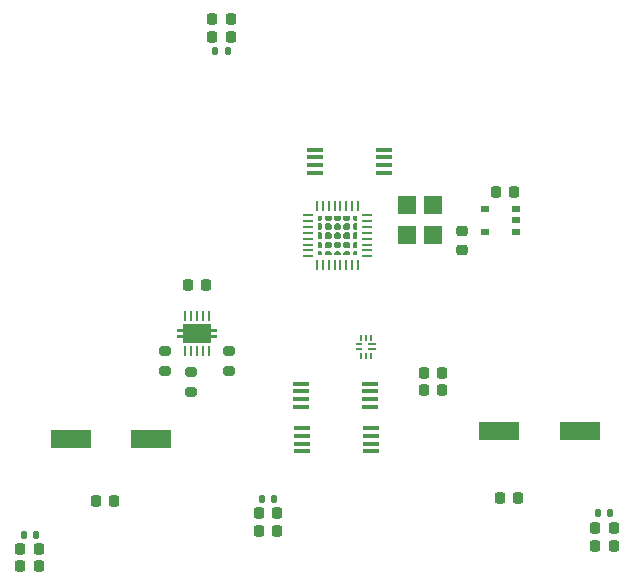
<source format=gbr>
%TF.GenerationSoftware,KiCad,Pcbnew,(7.0.0)*%
%TF.CreationDate,2023-04-25T20:48:09-05:00*%
%TF.ProjectId,GP2040-CE Planter,47503230-3430-42d4-9345-20506c616e74,rev?*%
%TF.SameCoordinates,Original*%
%TF.FileFunction,Paste,Top*%
%TF.FilePolarity,Positive*%
%FSLAX46Y46*%
G04 Gerber Fmt 4.6, Leading zero omitted, Abs format (unit mm)*
G04 Created by KiCad (PCBNEW (7.0.0)) date 2023-04-25 20:48:09*
%MOMM*%
%LPD*%
G01*
G04 APERTURE LIST*
G04 Aperture macros list*
%AMRoundRect*
0 Rectangle with rounded corners*
0 $1 Rounding radius*
0 $2 $3 $4 $5 $6 $7 $8 $9 X,Y pos of 4 corners*
0 Add a 4 corners polygon primitive as box body*
4,1,4,$2,$3,$4,$5,$6,$7,$8,$9,$2,$3,0*
0 Add four circle primitives for the rounded corners*
1,1,$1+$1,$2,$3*
1,1,$1+$1,$4,$5*
1,1,$1+$1,$6,$7*
1,1,$1+$1,$8,$9*
0 Add four rect primitives between the rounded corners*
20,1,$1+$1,$2,$3,$4,$5,0*
20,1,$1+$1,$4,$5,$6,$7,0*
20,1,$1+$1,$6,$7,$8,$9,0*
20,1,$1+$1,$8,$9,$2,$3,0*%
G04 Aperture macros list end*
%ADD10R,0.800001X0.549999*%
%ADD11R,0.280000X0.850000*%
%ADD12RoundRect,0.200000X-0.275000X0.200000X-0.275000X-0.200000X0.275000X-0.200000X0.275000X0.200000X0*%
%ADD13RoundRect,0.200000X0.275000X-0.200000X0.275000X0.200000X-0.275000X0.200000X-0.275000X-0.200000X0*%
%ADD14R,3.403600X1.498600*%
%ADD15RoundRect,0.225000X-0.225000X-0.250000X0.225000X-0.250000X0.225000X0.250000X-0.225000X0.250000X0*%
%ADD16RoundRect,0.225000X0.225000X0.250000X-0.225000X0.250000X-0.225000X-0.250000X0.225000X-0.250000X0*%
%ADD17RoundRect,0.135000X-0.135000X-0.185000X0.135000X-0.185000X0.135000X0.185000X-0.135000X0.185000X0*%
%ADD18R,1.600000X1.500000*%
%ADD19R,0.663000X0.225000*%
%ADD20R,0.225000X0.563000*%
%ADD21R,0.563000X0.225000*%
%ADD22R,0.850000X0.280000*%
%ADD23R,1.473200X0.355600*%
%ADD24RoundRect,0.225000X-0.250000X0.225000X-0.250000X-0.225000X0.250000X-0.225000X0.250000X0.225000X0*%
G04 APERTURE END LIST*
%TO.C,U6*%
G36*
X127100000Y-47825000D02*
G01*
X127600000Y-47825000D01*
X127600000Y-48075000D01*
X127100000Y-48075000D01*
X127100000Y-48325000D01*
X127600000Y-48325000D01*
X127600000Y-48575000D01*
X127100000Y-48575000D01*
X127100000Y-49025000D01*
X124700000Y-49025000D01*
X124700000Y-48575000D01*
X124200000Y-48575000D01*
X124200000Y-48325000D01*
X124700000Y-48325000D01*
X124700000Y-48075000D01*
X124200000Y-48075000D01*
X124200000Y-47825000D01*
X124700000Y-47825000D01*
X124700000Y-47375000D01*
X127100000Y-47375000D01*
X127100000Y-47825000D01*
G37*
%TO.C,U2*%
G36*
X136518900Y-38477479D02*
G01*
X136377479Y-38618900D01*
X136149930Y-38618900D01*
X136149930Y-38249930D01*
X136518900Y-38249930D01*
X136518900Y-38477479D01*
G37*
G36*
X136518900Y-41322521D02*
G01*
X136518900Y-41550070D01*
X136149930Y-41550070D01*
X136149930Y-41181100D01*
X136377479Y-41181100D01*
X136518900Y-41322521D01*
G37*
G36*
X139450070Y-38618900D02*
G01*
X139222521Y-38618900D01*
X139081100Y-38477479D01*
X139081100Y-38249930D01*
X139450070Y-38249930D01*
X139450070Y-38618900D01*
G37*
G36*
X139450070Y-41550070D02*
G01*
X139081100Y-41550070D01*
X139081100Y-41322521D01*
X139222521Y-41181100D01*
X139450070Y-41181100D01*
X139450070Y-41550070D01*
G37*
G36*
X136518900Y-38960321D02*
G01*
X136518900Y-39264879D01*
X136377479Y-39406300D01*
X136149930Y-39406300D01*
X136149930Y-38818900D01*
X136377479Y-38818900D01*
X136518900Y-38960321D01*
G37*
G36*
X136518900Y-39747721D02*
G01*
X136518900Y-40052279D01*
X136377479Y-40193700D01*
X136149930Y-40193700D01*
X136149930Y-39606300D01*
X136377479Y-39606300D01*
X136518900Y-39747721D01*
G37*
G36*
X136518900Y-40535121D02*
G01*
X136518900Y-40839679D01*
X136377479Y-40981100D01*
X136149930Y-40981100D01*
X136149930Y-40393700D01*
X136377479Y-40393700D01*
X136518900Y-40535121D01*
G37*
G36*
X137306300Y-38477479D02*
G01*
X137164879Y-38618900D01*
X136860321Y-38618900D01*
X136718900Y-38477479D01*
X136718900Y-38249930D01*
X137306300Y-38249930D01*
X137306300Y-38477479D01*
G37*
G36*
X137306300Y-41322521D02*
G01*
X137306300Y-41550070D01*
X136718900Y-41550070D01*
X136718900Y-41322521D01*
X136860321Y-41181100D01*
X137164879Y-41181100D01*
X137306300Y-41322521D01*
G37*
G36*
X138093700Y-38477479D02*
G01*
X137952279Y-38618900D01*
X137647721Y-38618900D01*
X137506300Y-38477479D01*
X137506300Y-38249930D01*
X138093700Y-38249930D01*
X138093700Y-38477479D01*
G37*
G36*
X138093700Y-41322521D02*
G01*
X138093700Y-41550070D01*
X137506300Y-41550070D01*
X137506300Y-41322521D01*
X137647721Y-41181100D01*
X137952279Y-41181100D01*
X138093700Y-41322521D01*
G37*
G36*
X138881100Y-38477479D02*
G01*
X138739679Y-38618900D01*
X138435121Y-38618900D01*
X138293700Y-38477479D01*
X138293700Y-38249930D01*
X138881100Y-38249930D01*
X138881100Y-38477479D01*
G37*
G36*
X138881100Y-41322521D02*
G01*
X138881100Y-41550070D01*
X138293700Y-41550070D01*
X138293700Y-41322521D01*
X138435121Y-41181100D01*
X138739679Y-41181100D01*
X138881100Y-41322521D01*
G37*
G36*
X139450070Y-39406300D02*
G01*
X139222521Y-39406300D01*
X139081100Y-39264879D01*
X139081100Y-38960321D01*
X139222521Y-38818900D01*
X139450070Y-38818900D01*
X139450070Y-39406300D01*
G37*
G36*
X139450070Y-40193700D02*
G01*
X139222521Y-40193700D01*
X139081100Y-40052279D01*
X139081100Y-39747721D01*
X139222521Y-39606300D01*
X139450070Y-39606300D01*
X139450070Y-40193700D01*
G37*
G36*
X139450070Y-40981100D02*
G01*
X139222521Y-40981100D01*
X139081100Y-40839679D01*
X139081100Y-40535121D01*
X139222521Y-40393700D01*
X139450070Y-40393700D01*
X139450070Y-40981100D01*
G37*
G36*
X137306300Y-38960321D02*
G01*
X137306300Y-39264879D01*
X137164879Y-39406300D01*
X136860321Y-39406300D01*
X136718900Y-39264879D01*
X136718900Y-38960321D01*
X136860321Y-38818900D01*
X137164879Y-38818900D01*
X137306300Y-38960321D01*
G37*
G36*
X137306300Y-39747721D02*
G01*
X137306300Y-40052279D01*
X137164879Y-40193700D01*
X136860321Y-40193700D01*
X136718900Y-40052279D01*
X136718900Y-39747721D01*
X136860321Y-39606300D01*
X137164879Y-39606300D01*
X137306300Y-39747721D01*
G37*
G36*
X137306300Y-40535121D02*
G01*
X137306300Y-40839679D01*
X137164879Y-40981100D01*
X136860321Y-40981100D01*
X136718900Y-40839679D01*
X136718900Y-40535121D01*
X136860321Y-40393700D01*
X137164879Y-40393700D01*
X137306300Y-40535121D01*
G37*
G36*
X138093700Y-38960321D02*
G01*
X138093700Y-39264879D01*
X137952279Y-39406300D01*
X137647721Y-39406300D01*
X137506300Y-39264879D01*
X137506300Y-38960321D01*
X137647721Y-38818900D01*
X137952279Y-38818900D01*
X138093700Y-38960321D01*
G37*
G36*
X138093700Y-39747721D02*
G01*
X138093700Y-40052279D01*
X137952279Y-40193700D01*
X137647721Y-40193700D01*
X137506300Y-40052279D01*
X137506300Y-39747721D01*
X137647721Y-39606300D01*
X137952279Y-39606300D01*
X138093700Y-39747721D01*
G37*
G36*
X138093700Y-40535121D02*
G01*
X138093700Y-40839679D01*
X137952279Y-40981100D01*
X137647721Y-40981100D01*
X137506300Y-40839679D01*
X137506300Y-40535121D01*
X137647721Y-40393700D01*
X137952279Y-40393700D01*
X138093700Y-40535121D01*
G37*
G36*
X138881100Y-38960321D02*
G01*
X138881100Y-39264879D01*
X138739679Y-39406300D01*
X138435121Y-39406300D01*
X138293700Y-39264879D01*
X138293700Y-38960321D01*
X138435121Y-38818900D01*
X138739679Y-38818900D01*
X138881100Y-38960321D01*
G37*
G36*
X138881100Y-39747721D02*
G01*
X138881100Y-40052279D01*
X138739679Y-40193700D01*
X138435121Y-40193700D01*
X138293700Y-40052279D01*
X138293700Y-39747721D01*
X138435121Y-39606300D01*
X138739679Y-39606300D01*
X138881100Y-39747721D01*
G37*
G36*
X138881100Y-40535121D02*
G01*
X138881100Y-40839679D01*
X138739679Y-40981100D01*
X138435121Y-40981100D01*
X138293700Y-40839679D01*
X138293700Y-40535121D01*
X138435121Y-40393700D01*
X138739679Y-40393700D01*
X138881100Y-40535121D01*
G37*
%TD*%
D10*
%TO.C,U7*%
X152875000Y-39550000D03*
X152875000Y-38599999D03*
X152875000Y-37650001D03*
X150325000Y-37650001D03*
X150325000Y-39550000D03*
%TD*%
D11*
%TO.C,U6*%
X126900000Y-46724998D03*
X126399998Y-46724998D03*
X125899999Y-46724998D03*
X125400000Y-46724998D03*
X124899998Y-46724998D03*
X124899998Y-49675000D03*
X125400000Y-49675000D03*
X125899999Y-49675000D03*
X126399998Y-49675000D03*
X126900000Y-49675000D03*
%TD*%
D12*
%TO.C,R7*%
X125400000Y-51475000D03*
X125400000Y-53125000D03*
%TD*%
D13*
%TO.C,R6*%
X123200000Y-51325000D03*
X123200000Y-49675000D03*
%TD*%
D12*
%TO.C,R5*%
X128600000Y-49675000D03*
X128600000Y-51325000D03*
%TD*%
D14*
%TO.C,C17*%
X151496399Y-56399999D03*
X158303599Y-56399999D03*
%TD*%
%TO.C,C14*%
X122003599Y-57099999D03*
X115196399Y-57099999D03*
%TD*%
D15*
%TO.C,C11*%
X125125000Y-44100000D03*
X126675000Y-44100000D03*
%TD*%
%TO.C,C15*%
X153075000Y-62100000D03*
X151525000Y-62100000D03*
%TD*%
D16*
%TO.C,C16*%
X152775000Y-36200000D03*
X151225000Y-36200000D03*
%TD*%
D17*
%TO.C,R4*%
X159890000Y-63400000D03*
X160910000Y-63400000D03*
%TD*%
%TO.C,R2*%
X111215000Y-65200000D03*
X112235000Y-65200000D03*
%TD*%
D15*
%TO.C,C3*%
X145100000Y-51500000D03*
X146650000Y-51500000D03*
%TD*%
D18*
%TO.C,XTAL1*%
X145899999Y-39839999D03*
X145899999Y-37299999D03*
X143699999Y-37299999D03*
X143699999Y-39839999D03*
%TD*%
D19*
%TO.C,U1*%
X140718499Y-49499999D03*
X140719999Y-49099999D03*
D20*
X140599999Y-48531499D03*
X140199999Y-48531499D03*
X139799999Y-48531499D03*
D21*
X139631499Y-49099999D03*
X139631499Y-49499999D03*
D20*
X139799999Y-50068499D03*
X140199999Y-50068499D03*
X140599999Y-50068499D03*
%TD*%
D22*
%TO.C,U2*%
X135325000Y-38150000D03*
X135325000Y-38649999D03*
X135325000Y-39149998D03*
X135325000Y-39649999D03*
X135325000Y-40149999D03*
X135325000Y-40650000D03*
X135325000Y-41149999D03*
X135325000Y-41649998D03*
D11*
X136049558Y-42374998D03*
X136549684Y-42374998D03*
X137049810Y-42374998D03*
X137549936Y-42374998D03*
X138050062Y-42374998D03*
X138550188Y-42374998D03*
X139050314Y-42374998D03*
X139550440Y-42374998D03*
D22*
X140274998Y-41649998D03*
X140274998Y-41149999D03*
X140274998Y-40650000D03*
X140274998Y-40149999D03*
X140274998Y-39649999D03*
X140274998Y-39149998D03*
X140274998Y-38649999D03*
X140274998Y-38150000D03*
D11*
X139550440Y-37425000D03*
X139050314Y-37425000D03*
X138550188Y-37425000D03*
X138050062Y-37425000D03*
X137549936Y-37425000D03*
X137049810Y-37425000D03*
X136549684Y-37425000D03*
X136049558Y-37425000D03*
%TD*%
D17*
%TO.C,R3*%
X132435000Y-62200000D03*
X131415000Y-62200000D03*
%TD*%
D15*
%TO.C,C7*%
X110950000Y-66400000D03*
X112500000Y-66400000D03*
%TD*%
D23*
%TO.C,U4*%
X135878999Y-32625000D03*
X135878999Y-33274998D03*
X135878999Y-33925000D03*
X135878999Y-34574998D03*
X141720999Y-34574998D03*
X141720999Y-33925000D03*
X141720999Y-33274998D03*
X141720999Y-32625000D03*
%TD*%
D15*
%TO.C,C1*%
X127200000Y-21550000D03*
X128750000Y-21550000D03*
%TD*%
%TO.C,C10*%
X161175000Y-66150000D03*
X159625000Y-66150000D03*
%TD*%
%TO.C,C6*%
X132700000Y-64900000D03*
X131150000Y-64900000D03*
%TD*%
%TO.C,C4*%
X145100000Y-53000000D03*
X146650000Y-53000000D03*
%TD*%
%TO.C,C2*%
X127200000Y-23070000D03*
X128750000Y-23070000D03*
%TD*%
%TO.C,C9*%
X159625000Y-64640000D03*
X161175000Y-64640000D03*
%TD*%
D23*
%TO.C,U5*%
X134758999Y-58144998D03*
X134758999Y-57495000D03*
X134758999Y-56844998D03*
X134758999Y-56195000D03*
X140600999Y-56195000D03*
X140600999Y-56844998D03*
X140600999Y-57495000D03*
X140600999Y-58144998D03*
%TD*%
D17*
%TO.C,R1*%
X127465000Y-24280000D03*
X128485000Y-24280000D03*
%TD*%
D16*
%TO.C,C13*%
X117325000Y-62400000D03*
X118875000Y-62400000D03*
%TD*%
D24*
%TO.C,C12*%
X148300000Y-41075000D03*
X148300000Y-39525000D03*
%TD*%
D15*
%TO.C,C5*%
X110950000Y-67900000D03*
X112500000Y-67900000D03*
%TD*%
%TO.C,C8*%
X132700000Y-63400000D03*
X131150000Y-63400000D03*
%TD*%
D23*
%TO.C,U3*%
X140520999Y-54374998D03*
X140520999Y-53725000D03*
X140520999Y-53074998D03*
X140520999Y-52425000D03*
X134678999Y-52425000D03*
X134678999Y-53074998D03*
X134678999Y-53725000D03*
X134678999Y-54374998D03*
%TD*%
M02*

</source>
